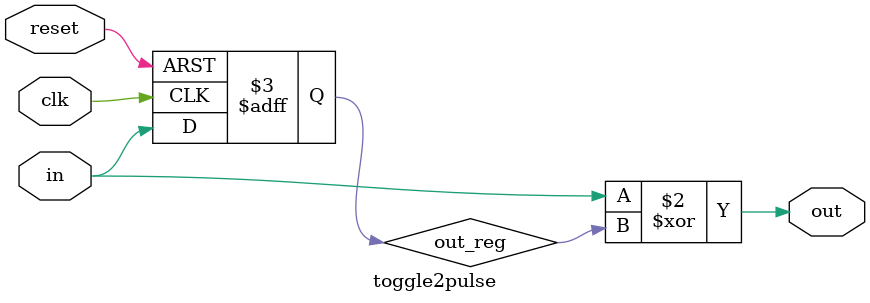
<source format=v>
/*
  File: toggle2pulse.v
 
  This file is part of the Parallella FPGA Reference Design.

  Copyright (C) 2013 Adapteva, Inc.
  Contributed by Roman Trogan <support@adapteva.com>

  This program is free software: you can redistribute it and/or modify
  it under the terms of the GNU General Public License as published by
  the Free Software Foundation, either version 3 of the License, or
  (at your option) any later version.

  This program is distributed in the hope that it will be useful,
  but WITHOUT ANY WARRANTY; without even the implied warranty of
  MERCHANTABILITY or FITNESS FOR A PARTICULAR PURPOSE.  See the
  GNU General Public License for more details.

  You should have received a copy of the GNU General Public License
  along with this program (see the file COPYING).  If not, see
  <http://www.gnu.org/licenses/>.
*/
module toggle2pulse(/*AUTOARG*/
   // Outputs
   out,
   // Inputs
   clk, in, reset
   );

   
   //clocks
   input  clk; 
   
   input  in;   
   output out;

   //reset
   input  reset;
   reg 	  out_reg;
         
   always @ (posedge clk or posedge reset)
     if(reset)
       out_reg <= 1'b0;
     else
       out_reg <= in;
      
   assign out = in ^ out_reg;

endmodule 






</source>
